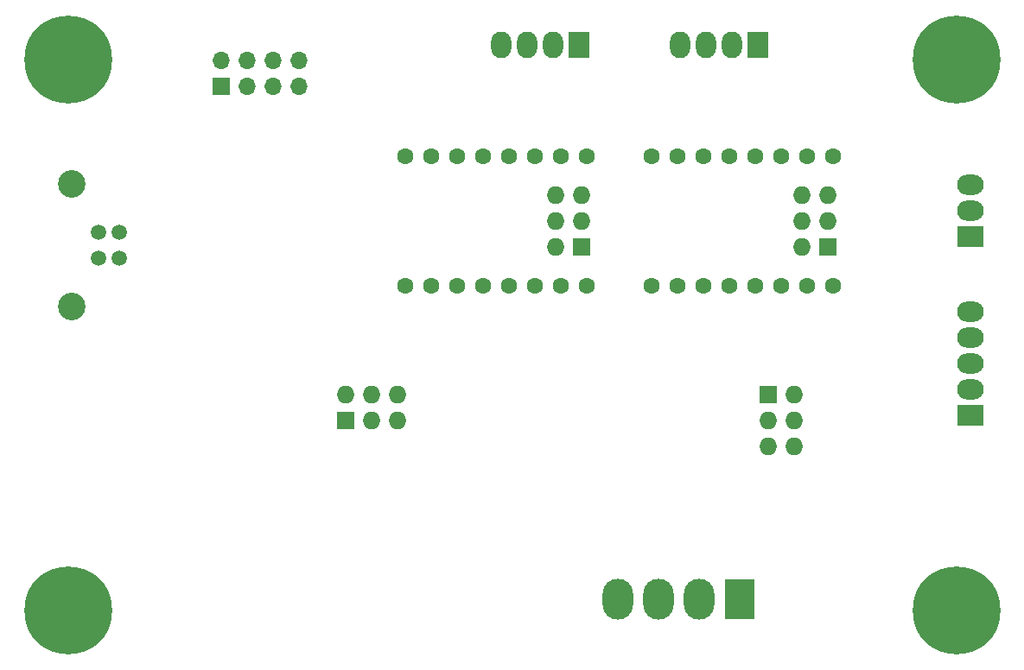
<source format=gbr>
G04 #@! TF.FileFunction,Soldermask,Bot*
%FSLAX46Y46*%
G04 Gerber Fmt 4.6, Leading zero omitted, Abs format (unit mm)*
G04 Created by KiCad (PCBNEW 4.0.6) date Fri Sep  8 15:32:28 2017*
%MOMM*%
%LPD*%
G01*
G04 APERTURE LIST*
%ADD10C,0.100000*%
%ADD11R,1.727200X1.727200*%
%ADD12O,1.727200X1.727200*%
%ADD13C,1.520000*%
%ADD14C,2.700000*%
%ADD15C,1.600000*%
%ADD16C,8.600000*%
%ADD17C,0.700000*%
%ADD18R,3.000000X4.000000*%
%ADD19O,3.000000X4.000000*%
%ADD20R,2.600000X2.000000*%
%ADD21O,2.600000X2.000000*%
%ADD22R,2.000000X2.600000*%
%ADD23O,2.000000X2.600000*%
%ADD24R,1.700000X1.700000*%
%ADD25O,1.700000X1.700000*%
G04 APERTURE END LIST*
D10*
D11*
X72136000Y-75438000D03*
D12*
X72136000Y-72898000D03*
X74676000Y-75438000D03*
X74676000Y-72898000D03*
X77216000Y-75438000D03*
X77216000Y-72898000D03*
D11*
X119380000Y-58420000D03*
D12*
X116840000Y-58420000D03*
X119380000Y-55880000D03*
X116840000Y-55880000D03*
X119380000Y-53340000D03*
X116840000Y-53340000D03*
D11*
X95250000Y-58420000D03*
D12*
X92710000Y-58420000D03*
X95250000Y-55880000D03*
X92710000Y-55880000D03*
X95250000Y-53340000D03*
X92710000Y-53340000D03*
D11*
X113538000Y-72898000D03*
D12*
X116078000Y-72898000D03*
X113538000Y-75438000D03*
X116078000Y-75438000D03*
X113538000Y-77978000D03*
X116078000Y-77978000D03*
D13*
X50000000Y-56960000D03*
X50000000Y-59500000D03*
X48000000Y-59500000D03*
X48000000Y-56960000D03*
D14*
X45300000Y-52230000D03*
X45300000Y-64230000D03*
D15*
X119888000Y-49530000D03*
X117348000Y-49530000D03*
X114808000Y-49530000D03*
X112268000Y-49530000D03*
X109728000Y-49530000D03*
X107188000Y-49530000D03*
X104648000Y-49530000D03*
X102108000Y-49530000D03*
X102108000Y-62230000D03*
X104648000Y-62230000D03*
X107188000Y-62230000D03*
X109728000Y-62230000D03*
X112268000Y-62230000D03*
X114808000Y-62230000D03*
X117348000Y-62230000D03*
X119888000Y-62230000D03*
X95758000Y-49530000D03*
X93218000Y-49530000D03*
X90678000Y-49530000D03*
X88138000Y-49530000D03*
X85598000Y-49530000D03*
X83058000Y-49530000D03*
X80518000Y-49530000D03*
X77978000Y-49530000D03*
X77978000Y-62230000D03*
X80518000Y-62230000D03*
X83058000Y-62230000D03*
X85598000Y-62230000D03*
X88138000Y-62230000D03*
X90678000Y-62230000D03*
X93218000Y-62230000D03*
X95758000Y-62230000D03*
D16*
X132000000Y-40000000D03*
D17*
X135225000Y-40000000D03*
X134280419Y-42280419D03*
X132000000Y-43225000D03*
X129719581Y-42280419D03*
X128775000Y-40000000D03*
X129719581Y-37719581D03*
X132000000Y-36775000D03*
X134280419Y-37719581D03*
D16*
X45000000Y-40000000D03*
D17*
X48225000Y-40000000D03*
X47280419Y-42280419D03*
X45000000Y-43225000D03*
X42719581Y-42280419D03*
X41775000Y-40000000D03*
X42719581Y-37719581D03*
X45000000Y-36775000D03*
X47280419Y-37719581D03*
D16*
X45000000Y-94000000D03*
D17*
X48225000Y-94000000D03*
X47280419Y-96280419D03*
X45000000Y-97225000D03*
X42719581Y-96280419D03*
X41775000Y-94000000D03*
X42719581Y-91719581D03*
X45000000Y-90775000D03*
X47280419Y-91719581D03*
D16*
X132000000Y-94000000D03*
D17*
X135225000Y-94000000D03*
X134280419Y-96280419D03*
X132000000Y-97225000D03*
X129719581Y-96280419D03*
X128775000Y-94000000D03*
X129719581Y-91719581D03*
X132000000Y-90775000D03*
X134280419Y-91719581D03*
D18*
X110744000Y-92964000D03*
D19*
X106781600Y-92964000D03*
X102819200Y-92964000D03*
X98856800Y-92964000D03*
D20*
X133350000Y-74930000D03*
D21*
X133350000Y-72390000D03*
X133350000Y-69850000D03*
X133350000Y-67310000D03*
X133350000Y-64770000D03*
D20*
X133350000Y-57404000D03*
D21*
X133350000Y-54864000D03*
X133350000Y-52324000D03*
D22*
X112522000Y-38608000D03*
D23*
X109982000Y-38608000D03*
X107442000Y-38608000D03*
X104902000Y-38608000D03*
D22*
X94996000Y-38608000D03*
D23*
X92456000Y-38608000D03*
X89916000Y-38608000D03*
X87376000Y-38608000D03*
D24*
X59944000Y-42672000D03*
D25*
X59944000Y-40132000D03*
X62484000Y-42672000D03*
X62484000Y-40132000D03*
X65024000Y-42672000D03*
X65024000Y-40132000D03*
X67564000Y-42672000D03*
X67564000Y-40132000D03*
M02*

</source>
